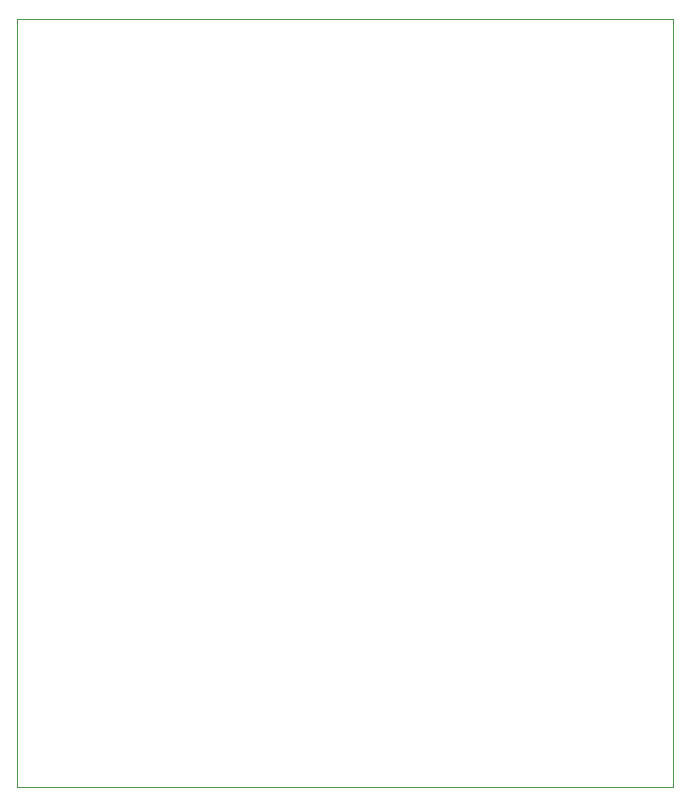
<source format=gm1>
G04 #@! TF.GenerationSoftware,KiCad,Pcbnew,5.0.0-rc2+dfsg1-3*
G04 #@! TF.CreationDate,2018-07-01T23:41:37-04:00*
G04 #@! TF.ProjectId,mystatv1,6D797374617476312E6B696361645F70,1*
G04 #@! TF.SameCoordinates,Original*
G04 #@! TF.FileFunction,Profile,NP*
%FSLAX46Y46*%
G04 Gerber Fmt 4.6, Leading zero omitted, Abs format (unit mm)*
G04 Created by KiCad (PCBNEW 5.0.0-rc2+dfsg1-3) date Sun Jul  1 23:41:37 2018*
%MOMM*%
%LPD*%
G01*
G04 APERTURE LIST*
%ADD10C,0.100000*%
G04 APERTURE END LIST*
D10*
X50000000Y-50000000D02*
X50000000Y-115000000D01*
X105500000Y-115000000D02*
X50000000Y-115000000D01*
X105500000Y-50000000D02*
X105500000Y-115000000D01*
X50000000Y-50000000D02*
X105500000Y-50000000D01*
M02*

</source>
